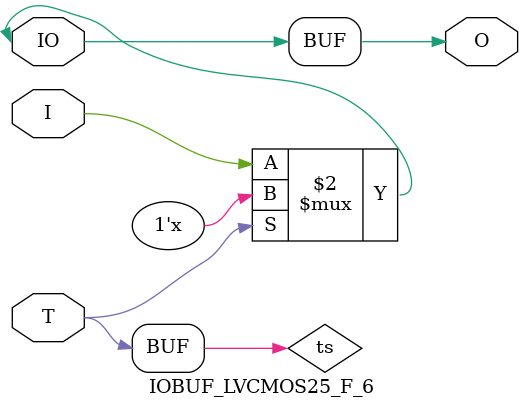
<source format=v>

/*

FUNCTION    : INPUT TRI-STATE OUTPUT BUFFER

*/

`celldefine
`timescale  100 ps / 10 ps

module IOBUF_LVCMOS25_F_6 (O, IO, I, T);

    output O;

    inout  IO;

    input  I, T;

    or O1 (ts, 1'b0, T);
    bufif0 T1 (IO, I, ts);

    buf B1 (O, IO);

endmodule

</source>
